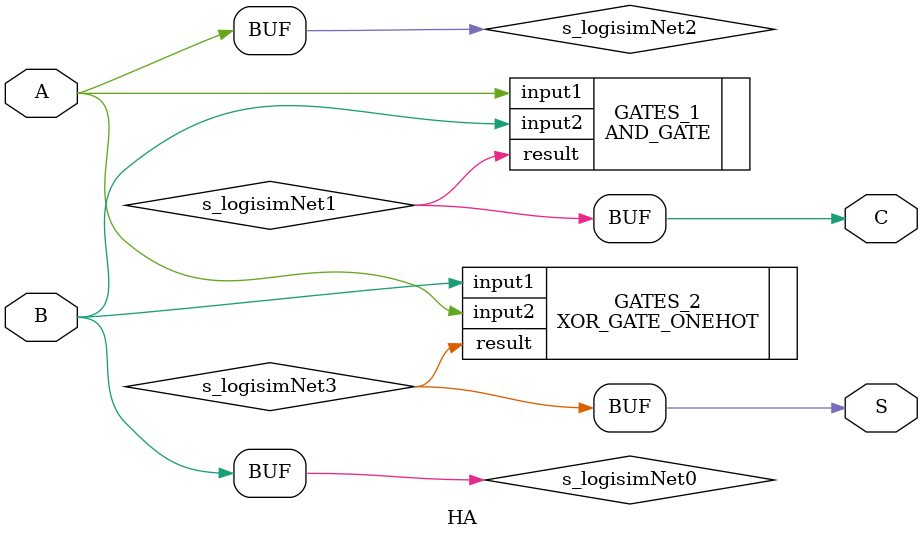
<source format=v>
/******************************************************************************
 ** Logisim-evolution goes FPGA automatic generated Verilog code             **
 ** https://github.com/logisim-evolution/                                    **
 **                                                                          **
 ** Component : HA                                                           **
 **                                                                          **
 *****************************************************************************/

module HA( A,
           B,
           C,
           S );

   /*******************************************************************************
   ** The inputs are defined here                                                **
   *******************************************************************************/
   input A;
   input B;

   /*******************************************************************************
   ** The outputs are defined here                                               **
   *******************************************************************************/
   output C;
   output S;

   /*******************************************************************************
   ** The wires are defined here                                                 **
   *******************************************************************************/
   wire s_logisimNet0;
   wire s_logisimNet1;
   wire s_logisimNet2;
   wire s_logisimNet3;

   /*******************************************************************************
   ** The module functionality is described here                                 **
   *******************************************************************************/

   /*******************************************************************************
   ** Here all input connections are defined                                     **
   *******************************************************************************/
   assign s_logisimNet0 = B;
   assign s_logisimNet2 = A;

   /*******************************************************************************
   ** Here all output connections are defined                                    **
   *******************************************************************************/
   assign C = s_logisimNet1;
   assign S = s_logisimNet3;

   /*******************************************************************************
   ** Here all normal components are defined                                     **
   *******************************************************************************/
   AND_GATE #(.BubblesMask(2'b00))
      GATES_1 (.input1(s_logisimNet2),
               .input2(s_logisimNet0),
               .result(s_logisimNet1));

   XOR_GATE_ONEHOT #(.BubblesMask(2'b00))
      GATES_2 (.input1(s_logisimNet0),
               .input2(s_logisimNet2),
               .result(s_logisimNet3));


endmodule

</source>
